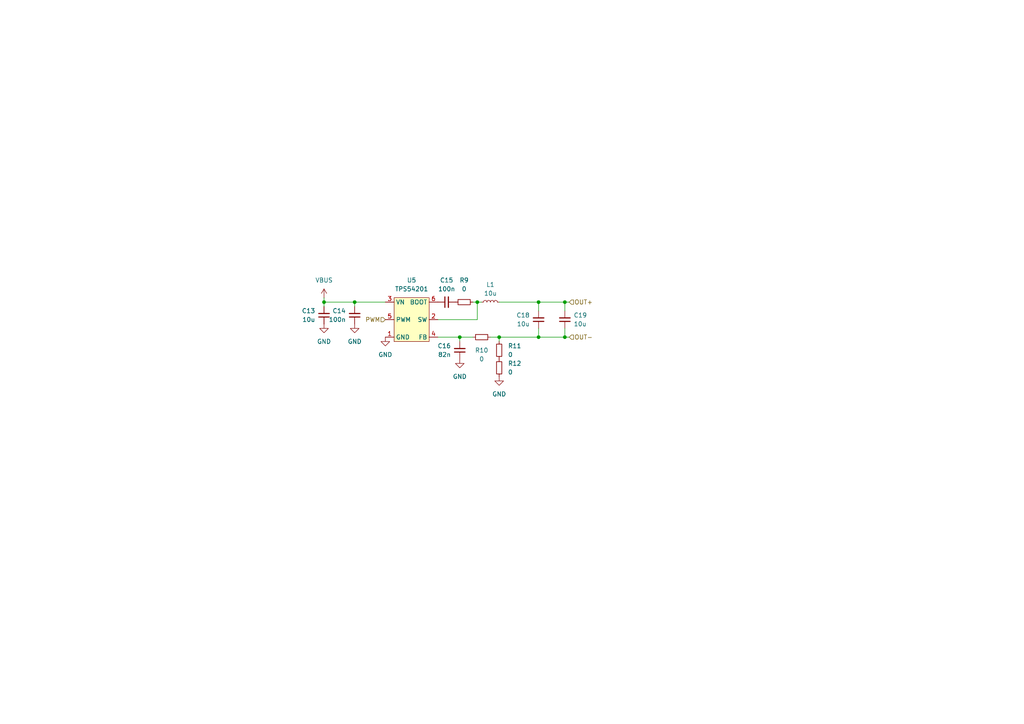
<source format=kicad_sch>
(kicad_sch (version 20230121) (generator eeschema)
  (paper "A4")
  (lib_symbols
    (symbol "Device:C_Small" (pin_numbers hide) (pin_names (offset 0.254) hide)
      (property "Reference" "C" (at 0.254 1.778 0))
      (property "Value" "C_Small" (at 0.254 -2.032 0))
      (symbol "C_Small_0_1"
        (polyline (pts (xy -1.524 -0.508) (xy 1.524 -0.508)) (stroke (width 0.3302)))
        (polyline (pts (xy -1.524 0.508) (xy 1.524 0.508)) (stroke (width 0.3048)))
      )
      (symbol "C_Small_1_1"
        (pin passive line (at 0 2.54 270) (length 2.032) (name "~") (number "1"))
        (pin passive line (at 0 -2.54 90) (length 2.032) (name "~") (number "2"))
      )
    )
    (symbol "Device:L_Small" (pin_numbers hide) (pin_names (offset 0.254) hide)
      (property "Reference" "L" (at 0.762 1.016 0))
      (property "Value" "L_Small" (at 0.762 -1.016 0))
      (symbol "L_Small_0_1"
        (arc (start 0 -2.032) (mid 0.5058 -1.524) (end 0 -1.016))
        (arc (start 0 -1.016) (mid 0.5058 -0.508) (end 0 0))
        (arc (start 0 0) (mid 0.5058 0.508) (end 0 1.016))
        (arc (start 0 1.016) (mid 0.5058 1.524) (end 0 2.032))
      )
      (symbol "L_Small_1_1"
        (pin passive line (at 0 2.54 270) (length 0.508) (name "~") (number "1"))
        (pin passive line (at 0 -2.54 90) (length 0.508) (name "~") (number "2"))
      )
    )
    (symbol "Device:R_Small" (pin_numbers hide) (pin_names (offset 0.254) hide)
      (property "Reference" "R" (at 0.762 0.508 0))
      (property "Value" "R_Small" (at 0.762 -1.016 0))
      (symbol "R_Small_0_1"
        (rectangle (start -0.762 1.778) (end 0.762 -1.778) (stroke (width 0.2032)))
      )
      (symbol "R_Small_1_1"
        (pin passive line (at 0 2.54 270) (length 0.762) (name "~") (number "1"))
        (pin passive line (at 0 -2.54 90) (length 0.762) (name "~") (number "2"))
      )
    )
    (symbol "otter:GND" (power) (pin_names (offset 0))
      (property "Value" "GND" (at 0 -3.81 0))
      (symbol "GND_0_1"
        (polyline (pts (xy 0 0) (xy 0 -1.27) (xy 1.27 -1.27) (xy 0 -2.54) (xy -1.27 -1.27) (xy 0 -1.27)))
      )
      (symbol "GND_1_1"
        (pin power_in line (at 0 0 270) (length 0) hide (name "GND") (number "1"))
      )
    )
    (symbol "otter:TPS54201"
      (property "Reference" "U" (at 0 10.16 0))
      (property "Value" "TPS54201" (at 0 7.62 0))
      (symbol "TPS54201_0_1"
        (rectangle (start -5.08 6.35) (end 5.08 -6.35) (fill (type background)))
      )
      (symbol "TPS54201_1_1"
        (pin input line (at -7.62 -5.08 0) (length 2.54) (name "GND") (number "1"))
        (pin input line (at 7.62 0 180) (length 2.54) (name "SW") (number "2"))
        (pin input line (at -7.62 5.08 0) (length 2.54) (name "VN") (number "3"))
        (pin input line (at 7.62 -5.08 180) (length 2.54) (name "FB") (number "4"))
        (pin input line (at -7.62 0 0) (length 2.54) (name "PWM") (number "5"))
        (pin input line (at 7.62 5.08 180) (length 2.54) (name "BOOT") (number "6"))
      )
    )
    (symbol "power:VBUS" (power) (pin_names (offset 0))
      (property "Value" "VBUS" (at 0 3.81 0))
      (symbol "VBUS_0_1"
        (polyline (pts (xy -0.762 1.27) (xy 0 2.54)))
        (polyline (pts (xy 0 0) (xy 0 2.54)))
        (polyline (pts (xy 0 2.54) (xy 0.762 1.27)))
      )
      (symbol "VBUS_1_1"
        (pin power_in line (at 0 0 90) (length 0) hide (name "VBUS") (number "1"))
      )
    )
  )
  (junction (at 133.35 97.79))
  (junction (at 156.21 97.79))
  (junction (at 163.83 87.63))
  (junction (at 144.78 97.79))
  (junction (at 102.87 87.63))
  (junction (at 156.21 87.63))
  (junction (at 93.98 87.63))
  (junction (at 163.83 97.79))
  (junction (at 138.43 87.63))
  (wire (pts (xy 138.43 87.63) (xy 139.7 87.63)))
  (wire (pts (xy 133.35 97.79) (xy 127 97.79)))
  (wire (pts (xy 102.87 87.63) (xy 111.76 87.63)))
  (wire (pts (xy 137.16 97.79) (xy 133.35 97.79)))
  (wire (pts (xy 165.1 87.63) (xy 163.83 87.63)))
  (wire (pts (xy 93.98 87.63) (xy 102.87 87.63)))
  (wire (pts (xy 163.83 87.63) (xy 163.83 90.17)))
  (wire (pts (xy 144.78 99.06) (xy 144.78 97.79)))
  (wire (pts (xy 163.83 95.25) (xy 163.83 97.79)))
  (wire (pts (xy 133.35 99.06) (xy 133.35 97.79)))
  (wire (pts (xy 137.16 87.63) (xy 138.43 87.63)))
  (wire (pts (xy 156.21 97.79) (xy 156.21 95.25)))
  (wire (pts (xy 93.98 86.36) (xy 93.98 87.63)))
  (wire (pts (xy 127 92.71) (xy 138.43 92.71)))
  (wire (pts (xy 102.87 88.9) (xy 102.87 87.63)))
  (wire (pts (xy 144.78 97.79) (xy 156.21 97.79)))
  (wire (pts (xy 163.83 97.79) (xy 165.1 97.79)))
  (wire (pts (xy 156.21 97.79) (xy 163.83 97.79)))
  (wire (pts (xy 138.43 92.71) (xy 138.43 87.63)))
  (wire (pts (xy 142.24 97.79) (xy 144.78 97.79)))
  (wire (pts (xy 156.21 90.17) (xy 156.21 87.63)))
  (wire (pts (xy 144.78 87.63) (xy 156.21 87.63)))
  (wire (pts (xy 156.21 87.63) (xy 163.83 87.63)))
  (wire (pts (xy 93.98 88.9) (xy 93.98 87.63)))
  (hierarchical_label "OUT-" (shape input) (at 165.1 97.79 0))
  (hierarchical_label "OUT+" (shape input) (at 165.1 87.63 0))
  (hierarchical_label "PWM" (shape input) (at 111.76 92.71 180))
  (symbol (lib_id "Device:R_Small") (at 134.62 87.63 90) (unit 1)
    (property "Reference" "R9" (at 134.62 81.28 90))
    (property "Value" "0" (at 134.62 83.82 90))
    (property "Footprint" "otter:R_0603" (effects hide))
    (instances (project "led-driver" (path "" (reference "R9") (unit 1)) (path "" (reference "R13") (unit 1)) (path "" (reference "R17") (unit 1)) (path "" (reference "R21") (unit 1)) (path "" (reference "R25") (unit 1)) (path "" (reference "R29") (unit 1))))
  )
  (symbol (lib_id "power:VBUS") (at 93.98 86.36 0) (unit 1)
    (property "Reference" "#PWR0135" (effects hide))
    (property "Value" "VBUS" (at 93.98 81.28 0))
    (instances (project "led-driver" (path "" (reference "#PWR0135") (unit 1)) (path "" (reference "#PWR0141") (unit 1)) (path "" (reference "#PWR0147") (unit 1)) (path "" (reference "#PWR0153") (unit 1)) (path "" (reference "#PWR0159") (unit 1)) (path "" (reference "#PWR0165") (unit 1))))
  )
  (symbol (lib_id "otter:GND") (at 144.78 109.22 0) (unit 1)
    (property "Reference" "#PWR0134" (effects hide))
    (property "Value" "GND" (at 144.78 114.3 0))
    (instances (project "led-driver" (path "" (reference "#PWR0134") (unit 1)) (path "" (reference "#PWR0140") (unit 1)) (path "" (reference "#PWR0146") (unit 1)) (path "" (reference "#PWR0152") (unit 1)) (path "" (reference "#PWR0158") (unit 1)) (path "" (reference "#PWR0164") (unit 1))))
  )
  (symbol (lib_id "otter:TPS54201") (at 119.38 92.71 0) (unit 1)
    (property "Reference" "U5" (at 119.38 81.28 0))
    (property "Value" "TPS54201" (at 119.38 83.82 0))
    (property "Footprint" "Package_TO_SOT_SMD:SOT-23-6" (effects hide))
    (instances (project "led-driver" (path "" (reference "U5") (unit 1)) (path "" (reference "U6") (unit 1)) (path "" (reference "U7") (unit 1)) (path "" (reference "U8") (unit 1)) (path "" (reference "U9") (unit 1)) (path "" (reference "U10") (unit 1))))
  )
  (symbol (lib_id "Device:R_Small") (at 144.78 106.68 180) (unit 1)
    (property "Reference" "R12" (at 147.32 105.4099 0) (effects (justify right)))
    (property "Value" "0" (at 147.32 107.9499 0) (effects (justify right)))
    (property "Footprint" "otter:R_0805" (effects hide))
    (instances (project "led-driver" (path "" (reference "R12") (unit 1)) (path "" (reference "R16") (unit 1)) (path "" (reference "R20") (unit 1)) (path "" (reference "R24") (unit 1)) (path "" (reference "R28") (unit 1)) (path "" (reference "R32") (unit 1))))
  )
  (symbol (lib_id "Device:C_Small") (at 156.21 92.71 180) (unit 1)
    (property "Reference" "C18" (at 153.67 91.4335 0) (effects (justify left)))
    (property "Value" "10u" (at 153.67 93.9735 0) (effects (justify left)))
    (property "Footprint" "otter:C_0805" (effects hide))
    (instances (project "led-driver" (path "" (reference "C18") (unit 1)) (path "" (reference "C25") (unit 1)) (path "" (reference "C32") (unit 1)) (path "" (reference "C39") (unit 1)) (path "" (reference "C46") (unit 1)) (path "" (reference "C53") (unit 1))))
  )
  (symbol (lib_id "Device:C_Small") (at 93.98 91.44 0) (mirror x) (unit 1)
    (property "Reference" "C13" (at 91.44 90.1635 0) (effects (justify right)))
    (property "Value" "10u" (at 91.44 92.7035 0) (effects (justify right)))
    (property "Footprint" "otter:C_0805" (effects hide))
    (instances (project "led-driver" (path "" (reference "C13") (unit 1)) (path "" (reference "C20") (unit 1)) (path "" (reference "C27") (unit 1)) (path "" (reference "C34") (unit 1)) (path "" (reference "C41") (unit 1)) (path "" (reference "C48") (unit 1))))
  )
  (symbol (lib_id "Device:C_Small") (at 102.87 91.44 0) (mirror x) (unit 1)
    (property "Reference" "C14" (at 100.33 90.1635 0) (effects (justify right)))
    (property "Value" "100n" (at 100.33 92.7035 0) (effects (justify right)))
    (property "Footprint" "otter:C_0603" (effects hide))
    (instances (project "led-driver" (path "" (reference "C14") (unit 1)) (path "" (reference "C21") (unit 1)) (path "" (reference "C28") (unit 1)) (path "" (reference "C35") (unit 1)) (path "" (reference "C42") (unit 1)) (path "" (reference "C49") (unit 1))))
  )
  (symbol (lib_id "Device:C_Small") (at 133.35 101.6 0) (mirror x) (unit 1)
    (property "Reference" "C16" (at 130.81 100.3235 0) (effects (justify right)))
    (property "Value" "82n" (at 130.81 102.8635 0) (effects (justify right)))
    (property "Footprint" "otter:C_0402" (effects hide))
    (instances (project "led-driver" (path "" (reference "C16") (unit 1)) (path "" (reference "C23") (unit 1)) (path "" (reference "C30") (unit 1)) (path "" (reference "C37") (unit 1)) (path "" (reference "C44") (unit 1)) (path "" (reference "C51") (unit 1))))
  )
  (symbol (lib_id "otter:GND") (at 111.76 97.79 0) (unit 1)
    (property "Reference" "#PWR0138" (effects hide))
    (property "Value" "GND" (at 111.76 102.87 0))
    (instances (project "led-driver" (path "" (reference "#PWR0138") (unit 1)) (path "" (reference "#PWR0144") (unit 1)) (path "" (reference "#PWR0150") (unit 1)) (path "" (reference "#PWR0156") (unit 1)) (path "" (reference "#PWR0162") (unit 1)) (path "" (reference "#PWR0168") (unit 1))))
  )
  (symbol (lib_id "Device:C_Small") (at 163.83 92.71 180) (unit 1)
    (property "Reference" "C19" (at 166.37 91.4335 0) (effects (justify right)))
    (property "Value" "10u" (at 166.37 93.9735 0) (effects (justify right)))
    (property "Footprint" "otter:C_0805" (effects hide))
    (instances (project "led-driver" (path "" (reference "C19") (unit 1)) (path "" (reference "C26") (unit 1)) (path "" (reference "C33") (unit 1)) (path "" (reference "C40") (unit 1)) (path "" (reference "C47") (unit 1)) (path "" (reference "C54") (unit 1))))
  )
  (symbol (lib_id "Device:L_Small") (at 142.24 87.63 90) (unit 1)
    (property "Reference" "L1" (at 142.24 82.55 90))
    (property "Value" "10u" (at 142.24 85.09 90))
    (property "Footprint" "Inductor_SMD:L_Taiyo-Yuden_MD-4040" (effects hide))
    (instances (project "led-driver" (path "" (reference "L1") (unit 1)) (path "" (reference "L2") (unit 1)) (path "" (reference "L3") (unit 1)) (path "" (reference "L4") (unit 1)) (path "" (reference "L5") (unit 1)) (path "" (reference "L6") (unit 1))))
  )
  (symbol (lib_id "otter:GND") (at 93.98 93.98 0) (unit 1)
    (property "Reference" "#PWR0136" (effects hide))
    (property "Value" "GND" (at 93.98 99.06 0))
    (instances (project "led-driver" (path "" (reference "#PWR0136") (unit 1)) (path "" (reference "#PWR0142") (unit 1)) (path "" (reference "#PWR0148") (unit 1)) (path "" (reference "#PWR0154") (unit 1)) (path "" (reference "#PWR0160") (unit 1)) (path "" (reference "#PWR0166") (unit 1))))
  )
  (symbol (lib_id "otter:GND") (at 133.35 104.14 0) (unit 1)
    (property "Reference" "#PWR0139" (effects hide))
    (property "Value" "GND" (at 133.35 109.22 0))
    (instances (project "led-driver" (path "" (reference "#PWR0139") (unit 1)) (path "" (reference "#PWR0145") (unit 1)) (path "" (reference "#PWR0151") (unit 1)) (path "" (reference "#PWR0157") (unit 1)) (path "" (reference "#PWR0163") (unit 1)) (path "" (reference "#PWR0169") (unit 1))))
  )
  (symbol (lib_id "Device:R_Small") (at 144.78 101.6 180) (unit 1)
    (property "Reference" "R11" (at 147.32 100.3299 0) (effects (justify right)))
    (property "Value" "0" (at 147.32 102.8699 0) (effects (justify right)))
    (property "Footprint" "otter:R_0805" (effects hide))
    (instances (project "led-driver" (path "" (reference "R11") (unit 1)) (path "" (reference "R15") (unit 1)) (path "" (reference "R19") (unit 1)) (path "" (reference "R23") (unit 1)) (path "" (reference "R27") (unit 1)) (path "" (reference "R31") (unit 1))))
  )
  (symbol (lib_id "otter:GND") (at 102.87 93.98 0) (unit 1)
    (property "Reference" "#PWR0137" (effects hide))
    (property "Value" "GND" (at 102.87 99.06 0))
    (instances (project "led-driver" (path "" (reference "#PWR0137") (unit 1)) (path "" (reference "#PWR0143") (unit 1)) (path "" (reference "#PWR0149") (unit 1)) (path "" (reference "#PWR0155") (unit 1)) (path "" (reference "#PWR0161") (unit 1)) (path "" (reference "#PWR0167") (unit 1))))
  )
  (symbol (lib_id "Device:R_Small") (at 139.7 97.79 90) (unit 1)
    (property "Reference" "R10" (at 139.7 101.6 90))
    (property "Value" "0" (at 139.7 104.14 90))
    (property "Footprint" "otter:R_0402" (effects hide))
    (instances (project "led-driver" (path "" (reference "R10") (unit 1)) (path "" (reference "R14") (unit 1)) (path "" (reference "R18") (unit 1)) (path "" (reference "R22") (unit 1)) (path "" (reference "R26") (unit 1)) (path "" (reference "R30") (unit 1))))
  )
  (symbol (lib_id "Device:C_Small") (at 129.54 87.63 90) (unit 1)
    (property "Reference" "C15" (at 129.5463 81.28 90))
    (property "Value" "100n" (at 129.5463 83.82 90))
    (property "Footprint" "otter:C_0603" (effects hide))
    (instances (project "led-driver" (path "" (reference "C15") (unit 1)) (path "" (reference "C22") (unit 1)) (path "" (reference "C29") (unit 1)) (path "" (reference "C36") (unit 1)) (path "" (reference "C43") (unit 1)) (path "" (reference "C50") (unit 1))))
  )
)
</source>
